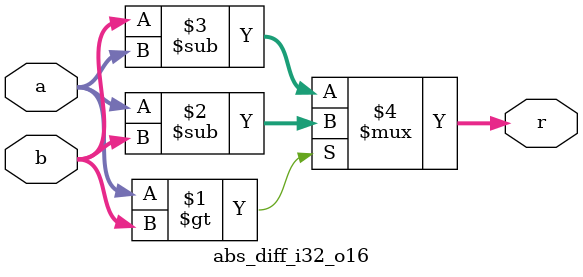
<source format=v>
module abs_diff_i32_o16(a,b,r);
input [15:0] a,b;
output [15:0] r;

assign r = (a>b) ? (a-b) : (b-a);

endmodule

</source>
